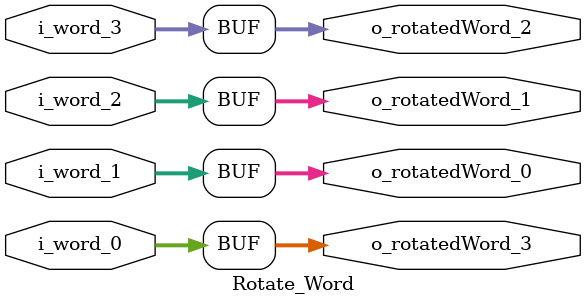
<source format=v>


module Rotate_Word(
	input [7:0] i_word_0,
	input [7:0] i_word_1,
	input [7:0] i_word_2,
	input [7:0] i_word_3,
	
	output [7:0] o_rotatedWord_0,
	output [7:0] o_rotatedWord_1,
	output [7:0] o_rotatedWord_2,
	output [7:0] o_rotatedWord_3
	);
	
	assign o_rotatedWord_0 = i_word_1;
	assign o_rotatedWord_1 = i_word_2;
	assign o_rotatedWord_2 = i_word_3;
	assign o_rotatedWord_3 = i_word_0;

endmodule
</source>
